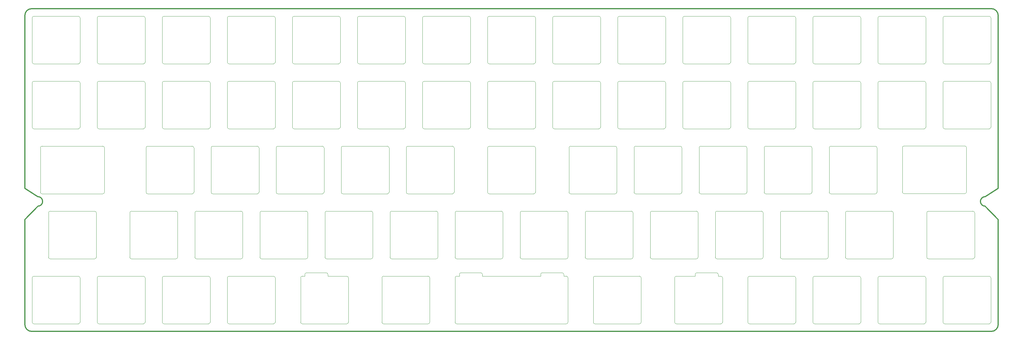
<source format=gbr>
%TF.GenerationSoftware,KiCad,Pcbnew,9.0.4*%
%TF.CreationDate,2026-01-18T18:40:26+01:00*%
%TF.ProjectId,tsuka60-pro-plate,7473756b-6136-4302-9d70-726f2d706c61,rev?*%
%TF.SameCoordinates,Original*%
%TF.FileFunction,Profile,NP*%
%FSLAX46Y46*%
G04 Gerber Fmt 4.6, Leading zero omitted, Abs format (unit mm)*
G04 Created by KiCad (PCBNEW 9.0.4) date 2026-01-18 18:40:26*
%MOMM*%
%LPD*%
G01*
G04 APERTURE LIST*
%TA.AperFunction,Profile*%
%ADD10C,0.050000*%
%TD*%
%TA.AperFunction,Profile*%
%ADD11C,0.300000*%
%TD*%
G04 APERTURE END LIST*
D10*
%TO.C,S1*%
X144606250Y-158600000D02*
X144606250Y-171600000D01*
X145106250Y-172100000D02*
X158106250Y-172100000D01*
X145850606Y-158100000D02*
X145106250Y-158100000D01*
X145850606Y-158100000D02*
X145849395Y-157599999D01*
X152099395Y-157099999D02*
X146349395Y-157099999D01*
X152599395Y-158100000D02*
X152599395Y-157599999D01*
X158103486Y-158101116D02*
X152599395Y-158100000D01*
X158606250Y-171600000D02*
X158606250Y-158600000D01*
X189850000Y-158600000D02*
X189850000Y-171600000D01*
X190350000Y-172100000D02*
X222400000Y-172100000D01*
X191094961Y-158100000D02*
X190350000Y-158100000D01*
X191094961Y-158100000D02*
X191094961Y-157599999D01*
X197343750Y-157099999D02*
X191593750Y-157099999D01*
X197843750Y-158100000D02*
X197843750Y-157599999D01*
X214906250Y-158100000D02*
X197843750Y-158100000D01*
X214906250Y-158100000D02*
X214906250Y-157599999D01*
X221156250Y-157099999D02*
X215406250Y-157099999D01*
X221656250Y-158100000D02*
X221656250Y-157599999D01*
X222400000Y-158100000D02*
X221656250Y-158100000D01*
X222900000Y-171600000D02*
X222900000Y-158600000D01*
X254143750Y-158600000D02*
X254143750Y-171600000D01*
X254643750Y-172100000D02*
X267643750Y-172100000D01*
X260150000Y-158100000D02*
X254643750Y-158100000D01*
X260150000Y-158100000D02*
X260150000Y-157599999D01*
X266400000Y-157099999D02*
X260650000Y-157099999D01*
X266900000Y-158100000D02*
X266900000Y-157599999D01*
X267643750Y-158100000D02*
X266900000Y-158100000D01*
X268143750Y-171600000D02*
X268143750Y-158600000D01*
X144606250Y-158600000D02*
G75*
G02*
X145106250Y-158099950I500050J0D01*
G01*
X145106250Y-172100000D02*
G75*
G02*
X144606300Y-171600000I50J500000D01*
G01*
X145849395Y-157599999D02*
G75*
G02*
X146349395Y-157099995I500005J-1D01*
G01*
X152099395Y-157099999D02*
G75*
G02*
X152599401Y-157599999I5J-500001D01*
G01*
X158103486Y-158101116D02*
G75*
G02*
X158603484Y-158601116I14J-499984D01*
G01*
X158606250Y-171600000D02*
G75*
G02*
X158106250Y-172100050I-500050J0D01*
G01*
X189850000Y-158600000D02*
G75*
G02*
X190350000Y-158100000I500000J0D01*
G01*
X190350000Y-172100000D02*
G75*
G02*
X189850000Y-171600000I0J500000D01*
G01*
X191093750Y-157599999D02*
G75*
G02*
X191593750Y-157100050I499950J-1D01*
G01*
X197343750Y-157099999D02*
G75*
G02*
X197843801Y-157599999I-50J-500101D01*
G01*
X214906250Y-157599999D02*
G75*
G02*
X215406250Y-157099999I500001J-1D01*
G01*
X221156250Y-157099999D02*
G75*
G02*
X221656250Y-157599999I-1J-500001D01*
G01*
X222397236Y-158101116D02*
G75*
G02*
X222897236Y-158601116I-1J-500001D01*
G01*
X222900000Y-171600000D02*
G75*
G02*
X222400000Y-172100000I-500001J1D01*
G01*
X254143750Y-158600000D02*
G75*
G02*
X254643750Y-158100000I500001J-1D01*
G01*
X254643750Y-172100000D02*
G75*
G02*
X254143750Y-171600000I1J500001D01*
G01*
X260150000Y-157599999D02*
G75*
G02*
X260650000Y-157099999I500001J-1D01*
G01*
X266400000Y-157099999D02*
G75*
G02*
X266900000Y-157599999I-1J-500001D01*
G01*
X267640986Y-158101116D02*
G75*
G02*
X268140986Y-158601116I-1J-500001D01*
G01*
X268143750Y-171600000D02*
G75*
G02*
X267643750Y-172100000I-500001J1D01*
G01*
D11*
%TO.C,REF\u002A\u002A*%
X63875000Y-172300000D02*
X63881000Y-141478000D01*
X63881000Y-132334000D02*
X63875000Y-81700000D01*
X63881000Y-141478000D02*
X67675000Y-137600000D01*
X65875000Y-79700000D02*
X77525000Y-79700000D01*
X65875000Y-174300000D02*
X346875000Y-174300000D01*
X67675000Y-134800000D02*
X63881000Y-132334000D01*
X345075000Y-134800000D02*
X348869000Y-132334000D01*
X345075000Y-137600000D02*
X348869000Y-141478000D01*
X346875000Y-79700000D02*
X77525000Y-79700000D01*
X348869000Y-132334000D02*
X348875000Y-81700000D01*
X348869000Y-141478000D02*
X348875000Y-172300000D01*
X63875000Y-81700000D02*
G75*
G02*
X65875000Y-79700000I1999999J1D01*
G01*
X65875000Y-174300000D02*
G75*
G02*
X63875000Y-172300000I-1J1999999D01*
G01*
X67675000Y-134800000D02*
G75*
G02*
X69075000Y-136200000I-2J-1400002D01*
G01*
X69075000Y-136200000D02*
G75*
G02*
X67675000Y-137600000I-1400002J2D01*
G01*
X343675000Y-136200000D02*
G75*
G02*
X345075000Y-134800000I1400000J0D01*
G01*
X345075000Y-137600000D02*
G75*
G02*
X343675000Y-136200000I0J1400000D01*
G01*
X346875000Y-79700000D02*
G75*
G02*
X348875000Y-81700000I0J-2000000D01*
G01*
X348875000Y-172300000D02*
G75*
G02*
X346875000Y-174300000I-2000000J0D01*
G01*
D10*
%TO.C,MX56*%
X266050000Y-152550000D02*
X266050000Y-139550000D01*
X266550000Y-139050000D02*
X279550000Y-139050000D01*
X279550000Y-153050000D02*
X266550000Y-153050000D01*
X280050000Y-139550000D02*
X280050000Y-152550000D01*
X266050000Y-139550000D02*
G75*
G02*
X266550000Y-139050000I500000J0D01*
G01*
X266550000Y-153050000D02*
G75*
G02*
X266050000Y-152550000I0J500000D01*
G01*
X279550000Y-139050000D02*
G75*
G02*
X280050000Y-139550000I-1J-500001D01*
G01*
X280047236Y-152548884D02*
G75*
G02*
X279547236Y-153048884I-500001J1D01*
G01*
%TO.C,MX73*%
X294625000Y-171600000D02*
X294625000Y-158600000D01*
X295125000Y-158100000D02*
X308125000Y-158100000D01*
X308125000Y-172100000D02*
X295125000Y-172100000D01*
X308625000Y-158600000D02*
X308625000Y-171600000D01*
X294625000Y-158600000D02*
G75*
G02*
X295125000Y-158100000I500000J0D01*
G01*
X295125000Y-172100000D02*
G75*
G02*
X294625000Y-171600000I0J500000D01*
G01*
X308125000Y-158100000D02*
G75*
G02*
X308625000Y-158600000I-1J-500001D01*
G01*
X308622236Y-171598884D02*
G75*
G02*
X308122236Y-172098884I-500001J1D01*
G01*
%TO.C,MX39*%
X223187500Y-133500000D02*
X223187500Y-120500000D01*
X223687500Y-120000000D02*
X236687500Y-120000000D01*
X236687500Y-134000000D02*
X223687500Y-134000000D01*
X237187500Y-120500000D02*
X237187500Y-133500000D01*
X223187500Y-120500000D02*
G75*
G02*
X223687500Y-120000000I500000J0D01*
G01*
X223687500Y-134000000D02*
G75*
G02*
X223187500Y-133500000I0J500000D01*
G01*
X236687500Y-120000000D02*
G75*
G02*
X237187500Y-120500000I-1J-500001D01*
G01*
X237184736Y-133498884D02*
G75*
G02*
X236684736Y-133998884I-500001J1D01*
G01*
%TO.C,MX19*%
X123175000Y-114450000D02*
X123175000Y-101450000D01*
X123675000Y-100950000D02*
X136675000Y-100950000D01*
X136675000Y-114950000D02*
X123675000Y-114950000D01*
X137175000Y-101450000D02*
X137175000Y-114450000D01*
X123175000Y-101450000D02*
G75*
G02*
X123675000Y-100950000I500000J0D01*
G01*
X123675000Y-114950000D02*
G75*
G02*
X123175000Y-114450000I0J500000D01*
G01*
X136675000Y-100950000D02*
G75*
G02*
X137175000Y-101450000I-1J-500001D01*
G01*
X137172236Y-114448884D02*
G75*
G02*
X136672236Y-114948884I-500001J1D01*
G01*
%TO.C,MX5*%
X142225000Y-95400000D02*
X142225000Y-82400000D01*
X142725000Y-81900000D02*
X155725000Y-81900000D01*
X155725000Y-95900000D02*
X142725000Y-95900000D01*
X156225000Y-82400000D02*
X156225000Y-95400000D01*
X142225000Y-82400000D02*
G75*
G02*
X142725000Y-81900000I500000J0D01*
G01*
X142725000Y-95900000D02*
G75*
G02*
X142225000Y-95400000I0J500000D01*
G01*
X155725000Y-81900000D02*
G75*
G02*
X156225000Y-82400000I-1J-500001D01*
G01*
X156222236Y-95398884D02*
G75*
G02*
X155722236Y-95898884I-500001J1D01*
G01*
%TO.C,MX16*%
X66025000Y-114450000D02*
X66025000Y-101450000D01*
X66525000Y-100950000D02*
X79525000Y-100950000D01*
X79525000Y-114950000D02*
X66525000Y-114950000D01*
X80025000Y-101450000D02*
X80025000Y-114450000D01*
X66025000Y-101450000D02*
G75*
G02*
X66525000Y-100950000I500000J0D01*
G01*
X66525000Y-114950000D02*
G75*
G02*
X66025000Y-114450000I0J500000D01*
G01*
X79525000Y-100950000D02*
G75*
G02*
X80025000Y-101450000I-1J-500001D01*
G01*
X80022236Y-114448884D02*
G75*
G02*
X79522236Y-114948884I-500001J1D01*
G01*
%TO.C,MX51*%
X151750000Y-152550000D02*
X151750000Y-139550000D01*
X152250000Y-139050000D02*
X165250000Y-139050000D01*
X165250000Y-153050000D02*
X152250000Y-153050000D01*
X165750000Y-139550000D02*
X165750000Y-152550000D01*
X151750000Y-139550000D02*
G75*
G02*
X152250000Y-139050000I500000J0D01*
G01*
X152250000Y-153050000D02*
G75*
G02*
X151750000Y-152550000I0J500000D01*
G01*
X165250000Y-139050000D02*
G75*
G02*
X165750000Y-139550000I-1J-500001D01*
G01*
X165747236Y-152548884D02*
G75*
G02*
X165247236Y-153048884I-500001J1D01*
G01*
%TO.C,MX40*%
X242237500Y-133500000D02*
X242237500Y-120500000D01*
X242737500Y-120000000D02*
X255737500Y-120000000D01*
X255737500Y-134000000D02*
X242737500Y-134000000D01*
X256237500Y-120500000D02*
X256237500Y-133500000D01*
X242237500Y-120500000D02*
G75*
G02*
X242737500Y-120000000I500000J0D01*
G01*
X242737500Y-134000000D02*
G75*
G02*
X242237500Y-133500000I0J500000D01*
G01*
X255737500Y-120000000D02*
G75*
G02*
X256237500Y-120500000I-1J-500001D01*
G01*
X256234736Y-133498884D02*
G75*
G02*
X255734736Y-133998884I-500001J1D01*
G01*
%TO.C,MX8*%
X199375000Y-95400000D02*
X199375000Y-82400000D01*
X199875000Y-81900000D02*
X212875000Y-81900000D01*
X212875000Y-95900000D02*
X199875000Y-95900000D01*
X213375000Y-82400000D02*
X213375000Y-95400000D01*
X199375000Y-82400000D02*
G75*
G02*
X199875000Y-81900000I500000J0D01*
G01*
X199875000Y-95900000D02*
G75*
G02*
X199375000Y-95400000I0J500000D01*
G01*
X212875000Y-81900000D02*
G75*
G02*
X213375000Y-82400000I-1J-500001D01*
G01*
X213372236Y-95398884D02*
G75*
G02*
X212872236Y-95898884I-500001J1D01*
G01*
%TO.C,MX7*%
X180325000Y-95400000D02*
X180325000Y-82400000D01*
X180825000Y-81900000D02*
X193825000Y-81900000D01*
X193825000Y-95900000D02*
X180825000Y-95900000D01*
X194325000Y-82400000D02*
X194325000Y-95400000D01*
X180325000Y-82400000D02*
G75*
G02*
X180825000Y-81900000I500000J0D01*
G01*
X180825000Y-95900000D02*
G75*
G02*
X180325000Y-95400000I0J500000D01*
G01*
X193825000Y-81900000D02*
G75*
G02*
X194325000Y-82400000I-1J-500001D01*
G01*
X194322236Y-95398884D02*
G75*
G02*
X193822236Y-95898884I-500001J1D01*
G01*
%TO.C,MX26*%
X256525000Y-114450000D02*
X256525000Y-101450000D01*
X257025000Y-100950000D02*
X270025000Y-100950000D01*
X270025000Y-114950000D02*
X257025000Y-114950000D01*
X270525000Y-101450000D02*
X270525000Y-114450000D01*
X256525000Y-101450000D02*
G75*
G02*
X257025000Y-100950000I500000J0D01*
G01*
X257025000Y-114950000D02*
G75*
G02*
X256525000Y-114450000I0J500000D01*
G01*
X270025000Y-100950000D02*
G75*
G02*
X270525000Y-101450000I-1J-500001D01*
G01*
X270522236Y-114448884D02*
G75*
G02*
X270022236Y-114948884I-500001J1D01*
G01*
%TO.C,MX68*%
X208900000Y-152550000D02*
X208900000Y-139550000D01*
X209400000Y-139050000D02*
X222400000Y-139050000D01*
X222400000Y-153050000D02*
X209400000Y-153050000D01*
X222900000Y-139550000D02*
X222900000Y-152550000D01*
X208900000Y-139550000D02*
G75*
G02*
X209400000Y-139050000I500000J0D01*
G01*
X209400000Y-153050000D02*
G75*
G02*
X208900000Y-152550000I0J500000D01*
G01*
X222400000Y-139050000D02*
G75*
G02*
X222900000Y-139550000I-1J-500001D01*
G01*
X222897236Y-152548884D02*
G75*
G02*
X222397236Y-153048884I-500001J1D01*
G01*
%TO.C,MX41*%
X261287500Y-133500000D02*
X261287500Y-120500000D01*
X261787500Y-120000000D02*
X274787500Y-120000000D01*
X274787500Y-134000000D02*
X261787500Y-134000000D01*
X275287500Y-120500000D02*
X275287500Y-133500000D01*
X261287500Y-120500000D02*
G75*
G02*
X261787500Y-120000000I500000J0D01*
G01*
X261787500Y-134000000D02*
G75*
G02*
X261287500Y-133500000I0J500000D01*
G01*
X274787500Y-120000000D02*
G75*
G02*
X275287500Y-120500000I-1J-500001D01*
G01*
X275284736Y-133498884D02*
G75*
G02*
X274784736Y-133998884I-500001J1D01*
G01*
%TO.C,MX48*%
X94600000Y-152550000D02*
X94600000Y-139550000D01*
X95100000Y-139050000D02*
X108100000Y-139050000D01*
X108100000Y-153050000D02*
X95100000Y-153050000D01*
X108600000Y-139550000D02*
X108600000Y-152550000D01*
X94600000Y-139550000D02*
G75*
G02*
X95100000Y-139050000I500000J0D01*
G01*
X95100000Y-153050000D02*
G75*
G02*
X94600000Y-152550000I0J500000D01*
G01*
X108100000Y-139050000D02*
G75*
G02*
X108600000Y-139550000I-1J-500001D01*
G01*
X108597236Y-152548884D02*
G75*
G02*
X108097236Y-153048884I-500001J1D01*
G01*
%TO.C,MX22*%
X180325000Y-114450000D02*
X180325000Y-101450000D01*
X180825000Y-100950000D02*
X193825000Y-100950000D01*
X193825000Y-114950000D02*
X180825000Y-114950000D01*
X194325000Y-101450000D02*
X194325000Y-114450000D01*
X180325000Y-101450000D02*
G75*
G02*
X180825000Y-100950000I500000J0D01*
G01*
X180825000Y-114950000D02*
G75*
G02*
X180325000Y-114450000I0J500000D01*
G01*
X193825000Y-100950000D02*
G75*
G02*
X194325000Y-101450000I-1J-500001D01*
G01*
X194322236Y-114448884D02*
G75*
G02*
X193822236Y-114948884I-500001J1D01*
G01*
%TO.C,MX35*%
X137462500Y-133500000D02*
X137462500Y-120500000D01*
X137962500Y-120000000D02*
X150962500Y-120000000D01*
X150962500Y-134000000D02*
X137962500Y-134000000D01*
X151462500Y-120500000D02*
X151462500Y-133500000D01*
X137462500Y-120500000D02*
G75*
G02*
X137962500Y-120000000I500000J0D01*
G01*
X137962500Y-134000000D02*
G75*
G02*
X137462500Y-133500000I0J500000D01*
G01*
X150962500Y-120000000D02*
G75*
G02*
X151462500Y-120500000I-1J-500001D01*
G01*
X151459736Y-133498884D02*
G75*
G02*
X150959736Y-133998884I-500001J1D01*
G01*
%TO.C,MX2*%
X85075000Y-95400000D02*
X85075000Y-82400000D01*
X85575000Y-81900000D02*
X98575000Y-81900000D01*
X98575000Y-95900000D02*
X85575000Y-95900000D01*
X99075000Y-82400000D02*
X99075000Y-95400000D01*
X85077764Y-82401116D02*
G75*
G02*
X85577764Y-81901116I500001J-1D01*
G01*
X85575000Y-95900000D02*
G75*
G02*
X85075000Y-95400000I1J500001D01*
G01*
X98575000Y-81900000D02*
G75*
G02*
X99075000Y-82400000I0J-500000D01*
G01*
X99075000Y-95400000D02*
G75*
G02*
X98575000Y-95900000I-500000J0D01*
G01*
%TO.C,MX66*%
X168418750Y-171600000D02*
X168418750Y-158600000D01*
X168918750Y-158100000D02*
X181918750Y-158100000D01*
X181918750Y-172100000D02*
X168918750Y-172100000D01*
X182418750Y-158600000D02*
X182418750Y-171600000D01*
X168418750Y-158600000D02*
G75*
G02*
X168918750Y-158100000I500000J0D01*
G01*
X168918750Y-172100000D02*
G75*
G02*
X168418750Y-171600000I0J500000D01*
G01*
X181918750Y-158100000D02*
G75*
G02*
X182418750Y-158600000I-1J-500001D01*
G01*
X182415986Y-171598884D02*
G75*
G02*
X181915986Y-172098884I-500001J1D01*
G01*
%TO.C,MX14*%
X313675000Y-95400000D02*
X313675000Y-82400000D01*
X314175000Y-81900000D02*
X327175000Y-81900000D01*
X327175000Y-95900000D02*
X314175000Y-95900000D01*
X327675000Y-82400000D02*
X327675000Y-95400000D01*
X313675000Y-82400000D02*
G75*
G02*
X314175000Y-81900000I500000J0D01*
G01*
X314175000Y-95900000D02*
G75*
G02*
X313675000Y-95400000I0J500000D01*
G01*
X327175000Y-81900000D02*
G75*
G02*
X327675000Y-82400000I-1J-500001D01*
G01*
X327672236Y-95398884D02*
G75*
G02*
X327172236Y-95898884I-500001J1D01*
G01*
%TO.C,MX54*%
X227950000Y-152550000D02*
X227950000Y-139550000D01*
X228450000Y-139050000D02*
X241450000Y-139050000D01*
X241450000Y-153050000D02*
X228450000Y-153050000D01*
X241950000Y-139550000D02*
X241950000Y-152550000D01*
X227950000Y-139550000D02*
G75*
G02*
X228450000Y-139050000I500000J0D01*
G01*
X228450000Y-153050000D02*
G75*
G02*
X227950000Y-152550000I0J500000D01*
G01*
X241450000Y-139050000D02*
G75*
G02*
X241950000Y-139550000I-1J-500001D01*
G01*
X241947236Y-152548884D02*
G75*
G02*
X241447236Y-153048884I-500001J1D01*
G01*
%TO.C,MX10*%
X237475000Y-95400000D02*
X237475000Y-82400000D01*
X237975000Y-81900000D02*
X250975000Y-81900000D01*
X250975000Y-95900000D02*
X237975000Y-95900000D01*
X251475000Y-82400000D02*
X251475000Y-95400000D01*
X237475000Y-82400000D02*
G75*
G02*
X237975000Y-81900000I500000J0D01*
G01*
X237975000Y-95900000D02*
G75*
G02*
X237475000Y-95400000I0J500000D01*
G01*
X250975000Y-81900000D02*
G75*
G02*
X251475000Y-82400000I-1J-500001D01*
G01*
X251472236Y-95398884D02*
G75*
G02*
X250972236Y-95898884I-500001J1D01*
G01*
%TO.C,MX20*%
X142225000Y-114450000D02*
X142225000Y-101450000D01*
X142725000Y-100950000D02*
X155725000Y-100950000D01*
X155725000Y-114950000D02*
X142725000Y-114950000D01*
X156225000Y-101450000D02*
X156225000Y-114450000D01*
X142225000Y-101450000D02*
G75*
G02*
X142725000Y-100950000I500000J0D01*
G01*
X142725000Y-114950000D02*
G75*
G02*
X142225000Y-114450000I0J500000D01*
G01*
X155725000Y-100950000D02*
G75*
G02*
X156225000Y-101450000I-1J-500001D01*
G01*
X156222236Y-114448884D02*
G75*
G02*
X155722236Y-114948884I-500001J1D01*
G01*
%TO.C,MX32_2*%
X68406250Y-133500000D02*
X68406250Y-120500000D01*
X68909014Y-120001116D02*
X86668750Y-120000000D01*
X86668750Y-134000000D02*
X68906250Y-134000000D01*
X87168750Y-120500000D02*
X87168750Y-133500000D01*
X68409014Y-120501116D02*
G75*
G02*
X68909014Y-120001116I500001J-1D01*
G01*
X68906250Y-134000000D02*
G75*
G02*
X68406250Y-133500000I1J500001D01*
G01*
X86668750Y-120000000D02*
G75*
G02*
X87168750Y-120500000I0J-500000D01*
G01*
X87168750Y-133500000D02*
G75*
G02*
X86668750Y-134000000I-500000J0D01*
G01*
%TO.C,MX42*%
X280337500Y-133500000D02*
X280337500Y-120500000D01*
X280837500Y-120000000D02*
X293837500Y-120000000D01*
X293837500Y-134000000D02*
X280837500Y-134000000D01*
X294337500Y-120500000D02*
X294337500Y-133500000D01*
X280337500Y-120500000D02*
G75*
G02*
X280837500Y-120000000I500000J0D01*
G01*
X280837500Y-134000000D02*
G75*
G02*
X280337500Y-133500000I0J500000D01*
G01*
X293837500Y-120000000D02*
G75*
G02*
X294337500Y-120500000I-1J-500001D01*
G01*
X294334736Y-133498884D02*
G75*
G02*
X293834736Y-133998884I-500001J1D01*
G01*
%TO.C,MX24*%
X218425000Y-114450000D02*
X218425000Y-101450000D01*
X218925000Y-100950000D02*
X231925000Y-100950000D01*
X231925000Y-114950000D02*
X218925000Y-114950000D01*
X232425000Y-101450000D02*
X232425000Y-114450000D01*
X218425000Y-101450000D02*
G75*
G02*
X218925000Y-100950000I500000J0D01*
G01*
X218925000Y-114950000D02*
G75*
G02*
X218425000Y-114450000I0J500000D01*
G01*
X231925000Y-100950000D02*
G75*
G02*
X232425000Y-101450000I-1J-500001D01*
G01*
X232422236Y-114448884D02*
G75*
G02*
X231922236Y-114948884I-500001J1D01*
G01*
%TO.C,MX12*%
X275575000Y-95400000D02*
X275575000Y-82400000D01*
X276075000Y-81900000D02*
X289075000Y-81900000D01*
X289075000Y-95900000D02*
X276075000Y-95900000D01*
X289575000Y-82400000D02*
X289575000Y-95400000D01*
X275575000Y-82400000D02*
G75*
G02*
X276075000Y-81900000I500000J0D01*
G01*
X276075000Y-95900000D02*
G75*
G02*
X275575000Y-95400000I0J500000D01*
G01*
X289075000Y-81900000D02*
G75*
G02*
X289575000Y-82400000I-1J-500001D01*
G01*
X289572236Y-95398884D02*
G75*
G02*
X289072236Y-95898884I-500001J1D01*
G01*
%TO.C,MX15*%
X332725000Y-95400000D02*
X332725000Y-82400000D01*
X333225000Y-81900000D02*
X346225000Y-81900000D01*
X346225000Y-95900000D02*
X333225000Y-95900000D01*
X346725000Y-82400000D02*
X346725000Y-95400000D01*
X332725000Y-82400000D02*
G75*
G02*
X333225000Y-81900000I500000J0D01*
G01*
X333225000Y-95900000D02*
G75*
G02*
X332725000Y-95400000I0J500000D01*
G01*
X346225000Y-81900000D02*
G75*
G02*
X346725000Y-82400000I-1J-500001D01*
G01*
X346722236Y-95398884D02*
G75*
G02*
X346222236Y-95898884I-500001J1D01*
G01*
%TO.C,MX50*%
X132700000Y-152550000D02*
X132700000Y-139550000D01*
X133200000Y-139050000D02*
X146200000Y-139050000D01*
X146200000Y-153050000D02*
X133200000Y-153050000D01*
X146700000Y-139550000D02*
X146700000Y-152550000D01*
X132700000Y-139550000D02*
G75*
G02*
X133200000Y-139050000I500000J0D01*
G01*
X133200000Y-153050000D02*
G75*
G02*
X132700000Y-152550000I0J500000D01*
G01*
X146200000Y-139050000D02*
G75*
G02*
X146700000Y-139550000I-1J-500001D01*
G01*
X146697236Y-152548884D02*
G75*
G02*
X146197236Y-153048884I-500001J1D01*
G01*
%TO.C,MX1*%
X66025000Y-95400000D02*
X66025000Y-82400000D01*
X66525000Y-81900000D02*
X79525000Y-81900000D01*
X79525000Y-95900000D02*
X66525000Y-95900000D01*
X80025000Y-82400000D02*
X80025000Y-95400000D01*
X66027764Y-82401116D02*
G75*
G02*
X66527764Y-81901116I500001J-1D01*
G01*
X66525000Y-95900000D02*
G75*
G02*
X66025000Y-95400000I1J500001D01*
G01*
X79525000Y-81900000D02*
G75*
G02*
X80025000Y-82400000I0J-500000D01*
G01*
X80025000Y-95400000D02*
G75*
G02*
X79525000Y-95900000I-500000J0D01*
G01*
%TO.C,MX29*%
X313675000Y-114450000D02*
X313675000Y-101450000D01*
X314175000Y-100950000D02*
X327175000Y-100950000D01*
X327175000Y-114950000D02*
X314175000Y-114950000D01*
X327675000Y-101450000D02*
X327675000Y-114450000D01*
X313675000Y-101450000D02*
G75*
G02*
X314175000Y-100950000I500000J0D01*
G01*
X314175000Y-114950000D02*
G75*
G02*
X313675000Y-114450000I0J500000D01*
G01*
X327175000Y-100950000D02*
G75*
G02*
X327675000Y-101450000I-1J-500001D01*
G01*
X327672236Y-114448884D02*
G75*
G02*
X327172236Y-114948884I-500001J1D01*
G01*
%TO.C,MX57*%
X285100000Y-152550000D02*
X285100000Y-139550000D01*
X285600000Y-139050000D02*
X298600000Y-139050000D01*
X298600000Y-153050000D02*
X285600000Y-153050000D01*
X299100000Y-139550000D02*
X299100000Y-152550000D01*
X285100000Y-139550000D02*
G75*
G02*
X285600000Y-139050000I500000J0D01*
G01*
X285600000Y-153050000D02*
G75*
G02*
X285100000Y-152550000I0J500000D01*
G01*
X298600000Y-139050000D02*
G75*
G02*
X299100000Y-139550000I-1J-500001D01*
G01*
X299097236Y-152548884D02*
G75*
G02*
X298597236Y-153048884I-500001J1D01*
G01*
%TO.C,MX18*%
X104125000Y-114450000D02*
X104125000Y-101450000D01*
X104625000Y-100950000D02*
X117625000Y-100950000D01*
X117625000Y-114950000D02*
X104625000Y-114950000D01*
X118125000Y-101450000D02*
X118125000Y-114450000D01*
X104125000Y-101450000D02*
G75*
G02*
X104625000Y-100950000I500000J0D01*
G01*
X104625000Y-114950000D02*
G75*
G02*
X104125000Y-114450000I0J500000D01*
G01*
X117625000Y-100950000D02*
G75*
G02*
X118125000Y-101450000I-1J-500001D01*
G01*
X118122236Y-114448884D02*
G75*
G02*
X117622236Y-114948884I-500001J1D01*
G01*
%TO.C,MX21*%
X161275000Y-114450000D02*
X161275000Y-101450000D01*
X161775000Y-100950000D02*
X174775000Y-100950000D01*
X174775000Y-114950000D02*
X161775000Y-114950000D01*
X175275000Y-101450000D02*
X175275000Y-114450000D01*
X161275000Y-101450000D02*
G75*
G02*
X161775000Y-100950000I500000J0D01*
G01*
X161775000Y-114950000D02*
G75*
G02*
X161275000Y-114450000I0J500000D01*
G01*
X174775000Y-100950000D02*
G75*
G02*
X175275000Y-101450000I-1J-500001D01*
G01*
X175272236Y-114448884D02*
G75*
G02*
X174772236Y-114948884I-500001J1D01*
G01*
%TO.C,MX59*%
X327962500Y-152550000D02*
X327962500Y-139550000D01*
X328462500Y-139050000D02*
X341462500Y-139050000D01*
X341462500Y-153050000D02*
X328462500Y-153050000D01*
X341962500Y-139550000D02*
X341962500Y-152550000D01*
X327962500Y-139550000D02*
G75*
G02*
X328462500Y-139050000I500000J0D01*
G01*
X328462500Y-153050000D02*
G75*
G02*
X327962500Y-152550000I0J500000D01*
G01*
X341462500Y-139050000D02*
G75*
G02*
X341962500Y-139550000I-1J-500001D01*
G01*
X341959736Y-152548884D02*
G75*
G02*
X341459736Y-153048884I-500001J1D01*
G01*
%TO.C,MX43*%
X299387500Y-133500000D02*
X299387500Y-120500000D01*
X299887500Y-120000000D02*
X312887500Y-120000000D01*
X312887500Y-134000000D02*
X299887500Y-134000000D01*
X313387500Y-120500000D02*
X313387500Y-133500000D01*
X299387500Y-120500000D02*
G75*
G02*
X299887500Y-120000000I500000J0D01*
G01*
X299887500Y-134000000D02*
G75*
G02*
X299387500Y-133500000I0J500000D01*
G01*
X312887500Y-120000000D02*
G75*
G02*
X313387500Y-120500000I-1J-500001D01*
G01*
X313384736Y-133498884D02*
G75*
G02*
X312884736Y-133998884I-500001J1D01*
G01*
%TO.C,MX75*%
X332725000Y-171600000D02*
X332725000Y-158600000D01*
X333225000Y-158100000D02*
X346225000Y-158100000D01*
X346225000Y-172100000D02*
X333225000Y-172100000D01*
X346725000Y-158600000D02*
X346725000Y-171600000D01*
X332725000Y-158600000D02*
G75*
G02*
X333225000Y-158100000I500000J0D01*
G01*
X333225000Y-172100000D02*
G75*
G02*
X332725000Y-171600000I0J500000D01*
G01*
X346225000Y-158100000D02*
G75*
G02*
X346725000Y-158600000I-1J-500001D01*
G01*
X346722236Y-171598884D02*
G75*
G02*
X346222236Y-172098884I-500001J1D01*
G01*
%TO.C,MX38*%
X199375000Y-133500000D02*
X199375000Y-120500000D01*
X199875000Y-120000000D02*
X212875000Y-120000000D01*
X212875000Y-134000000D02*
X199875000Y-134000000D01*
X213375000Y-120500000D02*
X213375000Y-133500000D01*
X199375000Y-120500000D02*
G75*
G02*
X199875000Y-120000000I500000J0D01*
G01*
X199875000Y-134000000D02*
G75*
G02*
X199375000Y-133500000I0J500000D01*
G01*
X212875000Y-120000000D02*
G75*
G02*
X213375000Y-120500000I-1J-500001D01*
G01*
X213372236Y-133498884D02*
G75*
G02*
X212872236Y-133998884I-500001J1D01*
G01*
%TO.C,MX36*%
X156512500Y-133500000D02*
X156512500Y-120500000D01*
X157012500Y-120000000D02*
X170012500Y-120000000D01*
X170012500Y-134000000D02*
X157012500Y-134000000D01*
X170512500Y-120500000D02*
X170512500Y-133500000D01*
X156512500Y-120500000D02*
G75*
G02*
X157012500Y-120000000I500000J0D01*
G01*
X157012500Y-134000000D02*
G75*
G02*
X156512500Y-133500000I0J500000D01*
G01*
X170012500Y-120000000D02*
G75*
G02*
X170512500Y-120500000I-1J-500001D01*
G01*
X170509736Y-133498884D02*
G75*
G02*
X170009736Y-133998884I-500001J1D01*
G01*
%TO.C,MX11*%
X256525000Y-95400000D02*
X256525000Y-82400000D01*
X257025000Y-81900000D02*
X270025000Y-81900000D01*
X270025000Y-95900000D02*
X257025000Y-95900000D01*
X270525000Y-82400000D02*
X270525000Y-95400000D01*
X256525000Y-82400000D02*
G75*
G02*
X257025000Y-81900000I500000J0D01*
G01*
X257025000Y-95900000D02*
G75*
G02*
X256525000Y-95400000I0J500000D01*
G01*
X270025000Y-81900000D02*
G75*
G02*
X270525000Y-82400000I-1J-500001D01*
G01*
X270522236Y-95398884D02*
G75*
G02*
X270022236Y-95898884I-500001J1D01*
G01*
%TO.C,MX61*%
X66025000Y-171600000D02*
X66025000Y-158600000D01*
X66525000Y-158100000D02*
X79525000Y-158100000D01*
X79525000Y-172100000D02*
X66525000Y-172100000D01*
X80025000Y-158600000D02*
X80025000Y-171600000D01*
X66025000Y-158600000D02*
G75*
G02*
X66525000Y-158100000I500000J0D01*
G01*
X66525000Y-172100000D02*
G75*
G02*
X66025000Y-171600000I0J500000D01*
G01*
X79525000Y-158100000D02*
G75*
G02*
X80025000Y-158600000I-1J-500001D01*
G01*
X80022236Y-171598884D02*
G75*
G02*
X79522236Y-172098884I-500001J1D01*
G01*
%TO.C,MX27*%
X275575000Y-114450000D02*
X275575000Y-101450000D01*
X276075000Y-100950000D02*
X289075000Y-100950000D01*
X289075000Y-114950000D02*
X276075000Y-114950000D01*
X289575000Y-101450000D02*
X289575000Y-114450000D01*
X275575000Y-101450000D02*
G75*
G02*
X276075000Y-100950000I500000J0D01*
G01*
X276075000Y-114950000D02*
G75*
G02*
X275575000Y-114450000I0J500000D01*
G01*
X289075000Y-100950000D02*
G75*
G02*
X289575000Y-101450000I-1J-500001D01*
G01*
X289572236Y-114448884D02*
G75*
G02*
X289072236Y-114948884I-500001J1D01*
G01*
%TO.C,MX47*%
X70787500Y-152550000D02*
X70787500Y-139550000D01*
X71287500Y-139050000D02*
X84287500Y-139050000D01*
X84287500Y-153050000D02*
X71287500Y-153050000D01*
X84787500Y-139550000D02*
X84787500Y-152550000D01*
X70787500Y-139550000D02*
G75*
G02*
X71287500Y-139050000I500000J0D01*
G01*
X71287500Y-153050000D02*
G75*
G02*
X70787500Y-152550000I0J500000D01*
G01*
X84287500Y-139050000D02*
G75*
G02*
X84787500Y-139550000I-1J-500001D01*
G01*
X84784736Y-152548884D02*
G75*
G02*
X84284736Y-153048884I-500001J1D01*
G01*
%TO.C,MX3*%
X104125000Y-95400000D02*
X104125000Y-82400000D01*
X104625000Y-81900000D02*
X117625000Y-81900000D01*
X117625000Y-95900000D02*
X104625000Y-95900000D01*
X118125000Y-82400000D02*
X118125000Y-95400000D01*
X104125000Y-82400000D02*
G75*
G02*
X104625000Y-81900000I500000J0D01*
G01*
X104625000Y-95900000D02*
G75*
G02*
X104125000Y-95400000I0J500000D01*
G01*
X117625000Y-81900000D02*
G75*
G02*
X118125000Y-82400000I-1J-500001D01*
G01*
X118122236Y-95398884D02*
G75*
G02*
X117622236Y-95898884I-500001J1D01*
G01*
%TO.C,MX33*%
X99362500Y-133500000D02*
X99362500Y-120500000D01*
X99862500Y-120000000D02*
X112862500Y-120000000D01*
X112862500Y-134000000D02*
X99862500Y-134000000D01*
X113362500Y-120500000D02*
X113362500Y-133500000D01*
X99362500Y-120500000D02*
G75*
G02*
X99862500Y-120000000I500000J0D01*
G01*
X99862500Y-134000000D02*
G75*
G02*
X99362500Y-133500000I0J500000D01*
G01*
X112862500Y-120000000D02*
G75*
G02*
X113362500Y-120500000I-1J-500001D01*
G01*
X113359736Y-133498884D02*
G75*
G02*
X112859736Y-133998884I-500001J1D01*
G01*
%TO.C,MX49*%
X113650000Y-152550000D02*
X113650000Y-139550000D01*
X114150000Y-139050000D02*
X127150000Y-139050000D01*
X127150000Y-153050000D02*
X114150000Y-153050000D01*
X127650000Y-139550000D02*
X127650000Y-152550000D01*
X113650000Y-139550000D02*
G75*
G02*
X114150000Y-139050000I500000J0D01*
G01*
X114150000Y-153050000D02*
G75*
G02*
X113650000Y-152550000I0J500000D01*
G01*
X127150000Y-139050000D02*
G75*
G02*
X127650000Y-139550000I-1J-500001D01*
G01*
X127647236Y-152548884D02*
G75*
G02*
X127147236Y-153048884I-500001J1D01*
G01*
%TO.C,MX64*%
X123175000Y-171600000D02*
X123175000Y-158600000D01*
X123675000Y-158100000D02*
X136675000Y-158100000D01*
X136675000Y-172100000D02*
X123675000Y-172100000D01*
X137175000Y-158600000D02*
X137175000Y-171600000D01*
X123175000Y-158600000D02*
G75*
G02*
X123675000Y-158100000I500000J0D01*
G01*
X123675000Y-172100000D02*
G75*
G02*
X123175000Y-171600000I0J500000D01*
G01*
X136675000Y-158100000D02*
G75*
G02*
X137175000Y-158600000I-1J-500001D01*
G01*
X137172236Y-171598884D02*
G75*
G02*
X136672236Y-172098884I-500001J1D01*
G01*
%TO.C,MX23*%
X199375000Y-114450000D02*
X199375000Y-101450000D01*
X199875000Y-100950000D02*
X212875000Y-100950000D01*
X212875000Y-114950000D02*
X199875000Y-114950000D01*
X213375000Y-101450000D02*
X213375000Y-114450000D01*
X199375000Y-101450000D02*
G75*
G02*
X199875000Y-100950000I500000J0D01*
G01*
X199875000Y-114950000D02*
G75*
G02*
X199375000Y-114450000I0J500000D01*
G01*
X212875000Y-100950000D02*
G75*
G02*
X213375000Y-101450000I-1J-500001D01*
G01*
X213372236Y-114448884D02*
G75*
G02*
X212872236Y-114948884I-500001J1D01*
G01*
%TO.C,MX13*%
X294625000Y-95400000D02*
X294625000Y-82400000D01*
X295125000Y-81900000D02*
X308125000Y-81900000D01*
X308125000Y-95900000D02*
X295125000Y-95900000D01*
X308625000Y-82400000D02*
X308625000Y-95400000D01*
X294625000Y-82400000D02*
G75*
G02*
X295125000Y-81900000I500000J0D01*
G01*
X295125000Y-95900000D02*
G75*
G02*
X294625000Y-95400000I0J500000D01*
G01*
X308125000Y-81900000D02*
G75*
G02*
X308625000Y-82400000I-1J-500001D01*
G01*
X308622236Y-95398884D02*
G75*
G02*
X308122236Y-95898884I-500001J1D01*
G01*
%TO.C,MX9*%
X218425000Y-95400000D02*
X218425000Y-82400000D01*
X218925000Y-81900000D02*
X231925000Y-81900000D01*
X231925000Y-95900000D02*
X218925000Y-95900000D01*
X232425000Y-82400000D02*
X232425000Y-95400000D01*
X218425000Y-82400000D02*
G75*
G02*
X218925000Y-81900000I500000J0D01*
G01*
X218925000Y-95900000D02*
G75*
G02*
X218425000Y-95400000I0J500000D01*
G01*
X231925000Y-81900000D02*
G75*
G02*
X232425000Y-82400000I-1J-500001D01*
G01*
X232422236Y-95398884D02*
G75*
G02*
X231922236Y-95898884I-500001J1D01*
G01*
%TO.C,MX34*%
X118412500Y-133500000D02*
X118412500Y-120500000D01*
X118912500Y-120000000D02*
X131912500Y-120000000D01*
X131912500Y-134000000D02*
X118912500Y-134000000D01*
X132412500Y-120500000D02*
X132412500Y-133500000D01*
X118412500Y-120500000D02*
G75*
G02*
X118912500Y-120000000I500000J0D01*
G01*
X118912500Y-134000000D02*
G75*
G02*
X118412500Y-133500000I0J500000D01*
G01*
X131912500Y-120000000D02*
G75*
G02*
X132412500Y-120500000I-1J-500001D01*
G01*
X132409736Y-133498884D02*
G75*
G02*
X131909736Y-133998884I-500001J1D01*
G01*
%TO.C,MX63*%
X104125000Y-171600000D02*
X104125000Y-158600000D01*
X104625000Y-158100000D02*
X117625000Y-158100000D01*
X117625000Y-172100000D02*
X104625000Y-172100000D01*
X118125000Y-158600000D02*
X118125000Y-171600000D01*
X104125000Y-158600000D02*
G75*
G02*
X104625000Y-158100000I500000J0D01*
G01*
X104625000Y-172100000D02*
G75*
G02*
X104125000Y-171600000I0J500000D01*
G01*
X117625000Y-158100000D02*
G75*
G02*
X118125000Y-158600000I-1J-500001D01*
G01*
X118122236Y-171598884D02*
G75*
G02*
X117622236Y-172098884I-500001J1D01*
G01*
%TO.C,MX53*%
X189850000Y-152550000D02*
X189850000Y-139550000D01*
X190350000Y-139050000D02*
X203350000Y-139050000D01*
X203350000Y-153050000D02*
X190350000Y-153050000D01*
X203850000Y-139550000D02*
X203850000Y-152550000D01*
X189850000Y-139550000D02*
G75*
G02*
X190350000Y-139050000I500000J0D01*
G01*
X190350000Y-153050000D02*
G75*
G02*
X189850000Y-152550000I0J500000D01*
G01*
X203350000Y-139050000D02*
G75*
G02*
X203850000Y-139550000I-1J-500001D01*
G01*
X203847236Y-152548884D02*
G75*
G02*
X203347236Y-153048884I-500001J1D01*
G01*
%TO.C,MX74*%
X313675000Y-171600000D02*
X313675000Y-158600000D01*
X314175000Y-158100000D02*
X327175000Y-158100000D01*
X327175000Y-172100000D02*
X314175000Y-172100000D01*
X327675000Y-158600000D02*
X327675000Y-171600000D01*
X313675000Y-158600000D02*
G75*
G02*
X314175000Y-158100000I500000J0D01*
G01*
X314175000Y-172100000D02*
G75*
G02*
X313675000Y-171600000I0J500000D01*
G01*
X327175000Y-158100000D02*
G75*
G02*
X327675000Y-158600000I-1J-500001D01*
G01*
X327672236Y-171598884D02*
G75*
G02*
X327172236Y-172098884I-500001J1D01*
G01*
%TO.C,MX4*%
X123175000Y-95400000D02*
X123175000Y-82400000D01*
X123675000Y-81900000D02*
X136675000Y-81900000D01*
X136675000Y-95900000D02*
X123675000Y-95900000D01*
X137175000Y-82400000D02*
X137175000Y-95400000D01*
X123175000Y-82400000D02*
G75*
G02*
X123675000Y-81900000I500000J0D01*
G01*
X123675000Y-95900000D02*
G75*
G02*
X123175000Y-95400000I0J500000D01*
G01*
X136675000Y-81900000D02*
G75*
G02*
X137175000Y-82400000I-1J-500001D01*
G01*
X137172236Y-95398884D02*
G75*
G02*
X136672236Y-95898884I-500001J1D01*
G01*
%TO.C,MX52*%
X170800000Y-152550000D02*
X170800000Y-139550000D01*
X171300000Y-139050000D02*
X184300000Y-139050000D01*
X184300000Y-153050000D02*
X171300000Y-153050000D01*
X184800000Y-139550000D02*
X184800000Y-152550000D01*
X170800000Y-139550000D02*
G75*
G02*
X171300000Y-139050000I500000J0D01*
G01*
X171300000Y-153050000D02*
G75*
G02*
X170800000Y-152550000I0J500000D01*
G01*
X184300000Y-139050000D02*
G75*
G02*
X184800000Y-139550000I-1J-500001D01*
G01*
X184797236Y-152548884D02*
G75*
G02*
X184297236Y-153048884I-500001J1D01*
G01*
%TO.C,MX55*%
X247000000Y-152550000D02*
X247000000Y-139550000D01*
X247500000Y-139050000D02*
X260500000Y-139050000D01*
X260500000Y-153050000D02*
X247500000Y-153050000D01*
X261000000Y-139550000D02*
X261000000Y-152550000D01*
X247000000Y-139550000D02*
G75*
G02*
X247500000Y-139050000I500000J0D01*
G01*
X247500000Y-153050000D02*
G75*
G02*
X247000000Y-152550000I0J500000D01*
G01*
X260500000Y-139050000D02*
G75*
G02*
X261000000Y-139550000I-1J-500001D01*
G01*
X260997236Y-152548884D02*
G75*
G02*
X260497236Y-153048884I-500001J1D01*
G01*
%TO.C,MX25*%
X237475000Y-114450000D02*
X237475000Y-101450000D01*
X237975000Y-100950000D02*
X250975000Y-100950000D01*
X250975000Y-114950000D02*
X237975000Y-114950000D01*
X251475000Y-101450000D02*
X251475000Y-114450000D01*
X237475000Y-101450000D02*
G75*
G02*
X237975000Y-100950000I500000J0D01*
G01*
X237975000Y-114950000D02*
G75*
G02*
X237475000Y-114450000I0J500000D01*
G01*
X250975000Y-100950000D02*
G75*
G02*
X251475000Y-101450000I-1J-500001D01*
G01*
X251472236Y-114448884D02*
G75*
G02*
X250972236Y-114948884I-500001J1D01*
G01*
%TO.C,MX72*%
X275575000Y-171600000D02*
X275575000Y-158600000D01*
X276075000Y-158100000D02*
X289075000Y-158100000D01*
X289075000Y-172100000D02*
X276075000Y-172100000D01*
X289575000Y-158600000D02*
X289575000Y-171600000D01*
X275575000Y-158600000D02*
G75*
G02*
X276075000Y-158100000I500000J0D01*
G01*
X276075000Y-172100000D02*
G75*
G02*
X275575000Y-171600000I0J500000D01*
G01*
X289075000Y-158100000D02*
G75*
G02*
X289575000Y-158600000I-1J-500001D01*
G01*
X289572236Y-171598884D02*
G75*
G02*
X289072236Y-172098884I-500001J1D01*
G01*
%TO.C,MX30*%
X332725000Y-114450000D02*
X332725000Y-101450000D01*
X333225000Y-100950000D02*
X346225000Y-100950000D01*
X346225000Y-114950000D02*
X333225000Y-114950000D01*
X346725000Y-101450000D02*
X346725000Y-114450000D01*
X332725000Y-101450000D02*
G75*
G02*
X333225000Y-100950000I500000J0D01*
G01*
X333225000Y-114950000D02*
G75*
G02*
X332725000Y-114450000I0J500000D01*
G01*
X346225000Y-100950000D02*
G75*
G02*
X346725000Y-101450000I-1J-500001D01*
G01*
X346722236Y-114448884D02*
G75*
G02*
X346222236Y-114948884I-500001J1D01*
G01*
%TO.C,MX58*%
X304150000Y-152550000D02*
X304150000Y-139550000D01*
X304650000Y-139050000D02*
X317650000Y-139050000D01*
X317650000Y-153050000D02*
X304650000Y-153050000D01*
X318150000Y-139550000D02*
X318150000Y-152550000D01*
X304150000Y-139550000D02*
G75*
G02*
X304650000Y-139050000I500000J0D01*
G01*
X304650000Y-153050000D02*
G75*
G02*
X304150000Y-152550000I0J500000D01*
G01*
X317650000Y-139050000D02*
G75*
G02*
X318150000Y-139550000I-1J-500001D01*
G01*
X318147236Y-152548884D02*
G75*
G02*
X317647236Y-153048884I-500001J1D01*
G01*
%TO.C,MX17*%
X85075000Y-114450000D02*
X85075000Y-101450000D01*
X85575000Y-100950000D02*
X98575000Y-100950000D01*
X98575000Y-114950000D02*
X85575000Y-114950000D01*
X99075000Y-101450000D02*
X99075000Y-114450000D01*
X85075000Y-101450000D02*
G75*
G02*
X85575000Y-100950000I500000J0D01*
G01*
X85575000Y-114950000D02*
G75*
G02*
X85075000Y-114450000I0J500000D01*
G01*
X98575000Y-100950000D02*
G75*
G02*
X99075000Y-101450000I-1J-500001D01*
G01*
X99072236Y-114448884D02*
G75*
G02*
X98572236Y-114948884I-500001J1D01*
G01*
%TO.C,MX70*%
X230331250Y-171600000D02*
X230331250Y-158600000D01*
X230831250Y-158100000D02*
X243831250Y-158100000D01*
X243831250Y-172100000D02*
X230831250Y-172100000D01*
X244331250Y-158600000D02*
X244331250Y-171600000D01*
X230331250Y-158600000D02*
G75*
G02*
X230831250Y-158100000I500000J0D01*
G01*
X230831250Y-172100000D02*
G75*
G02*
X230331250Y-171600000I0J500000D01*
G01*
X243831250Y-158100000D02*
G75*
G02*
X244331250Y-158600000I-1J-500001D01*
G01*
X244328486Y-171598884D02*
G75*
G02*
X243828486Y-172098884I-500001J1D01*
G01*
%TO.C,MX28*%
X294625000Y-114450000D02*
X294625000Y-101450000D01*
X295125000Y-100950000D02*
X308125000Y-100950000D01*
X308125000Y-114950000D02*
X295125000Y-114950000D01*
X308625000Y-101450000D02*
X308625000Y-114450000D01*
X294625000Y-101450000D02*
G75*
G02*
X295125000Y-100950000I500000J0D01*
G01*
X295125000Y-114950000D02*
G75*
G02*
X294625000Y-114450000I0J500000D01*
G01*
X308125000Y-100950000D02*
G75*
G02*
X308625000Y-101450000I-1J-500001D01*
G01*
X308622236Y-114448884D02*
G75*
G02*
X308122236Y-114948884I-500001J1D01*
G01*
%TO.C,MX37*%
X175562500Y-133500000D02*
X175562500Y-120500000D01*
X176062500Y-120000000D02*
X189062500Y-120000000D01*
X189062500Y-134000000D02*
X176062500Y-134000000D01*
X189562500Y-120500000D02*
X189562500Y-133500000D01*
X175562500Y-120500000D02*
G75*
G02*
X176062500Y-120000000I500000J0D01*
G01*
X176062500Y-134000000D02*
G75*
G02*
X175562500Y-133500000I0J500000D01*
G01*
X189062500Y-120000000D02*
G75*
G02*
X189562500Y-120500000I-1J-500001D01*
G01*
X189559736Y-133498884D02*
G75*
G02*
X189059736Y-133998884I-500001J1D01*
G01*
%TO.C,MX44_2*%
X320818750Y-133437500D02*
X320818750Y-120437500D01*
X321321514Y-119938616D02*
X339081250Y-119937500D01*
X339081250Y-133937500D02*
X321318750Y-133937500D01*
X339581250Y-120437500D02*
X339581250Y-133437500D01*
X320821514Y-120438616D02*
G75*
G02*
X321321514Y-119938616I500001J-1D01*
G01*
X321318750Y-133937500D02*
G75*
G02*
X320818750Y-133437500I1J500001D01*
G01*
X339081250Y-119937500D02*
G75*
G02*
X339581250Y-120437500I0J-500000D01*
G01*
X339581250Y-133437500D02*
G75*
G02*
X339081250Y-133937500I-500000J0D01*
G01*
%TO.C,MX62*%
X85075000Y-171600000D02*
X85075000Y-158600000D01*
X85575000Y-158100000D02*
X98575000Y-158100000D01*
X98575000Y-172100000D02*
X85575000Y-172100000D01*
X99075000Y-158600000D02*
X99075000Y-171600000D01*
X85075000Y-158600000D02*
G75*
G02*
X85575000Y-158100000I500000J0D01*
G01*
X85575000Y-172100000D02*
G75*
G02*
X85075000Y-171600000I0J500000D01*
G01*
X98575000Y-158100000D02*
G75*
G02*
X99075000Y-158600000I-1J-500001D01*
G01*
X99072236Y-171598884D02*
G75*
G02*
X98572236Y-172098884I-500001J1D01*
G01*
%TO.C,MX6*%
X161275000Y-95400000D02*
X161275000Y-82400000D01*
X161775000Y-81900000D02*
X174775000Y-81900000D01*
X174775000Y-95900000D02*
X161775000Y-95900000D01*
X175275000Y-82400000D02*
X175275000Y-95400000D01*
X161275000Y-82400000D02*
G75*
G02*
X161775000Y-81900000I500000J0D01*
G01*
X161775000Y-95900000D02*
G75*
G02*
X161275000Y-95400000I0J500000D01*
G01*
X174775000Y-81900000D02*
G75*
G02*
X175275000Y-82400000I-1J-500001D01*
G01*
X175272236Y-95398884D02*
G75*
G02*
X174772236Y-95898884I-500001J1D01*
G01*
%TD*%
M02*

</source>
